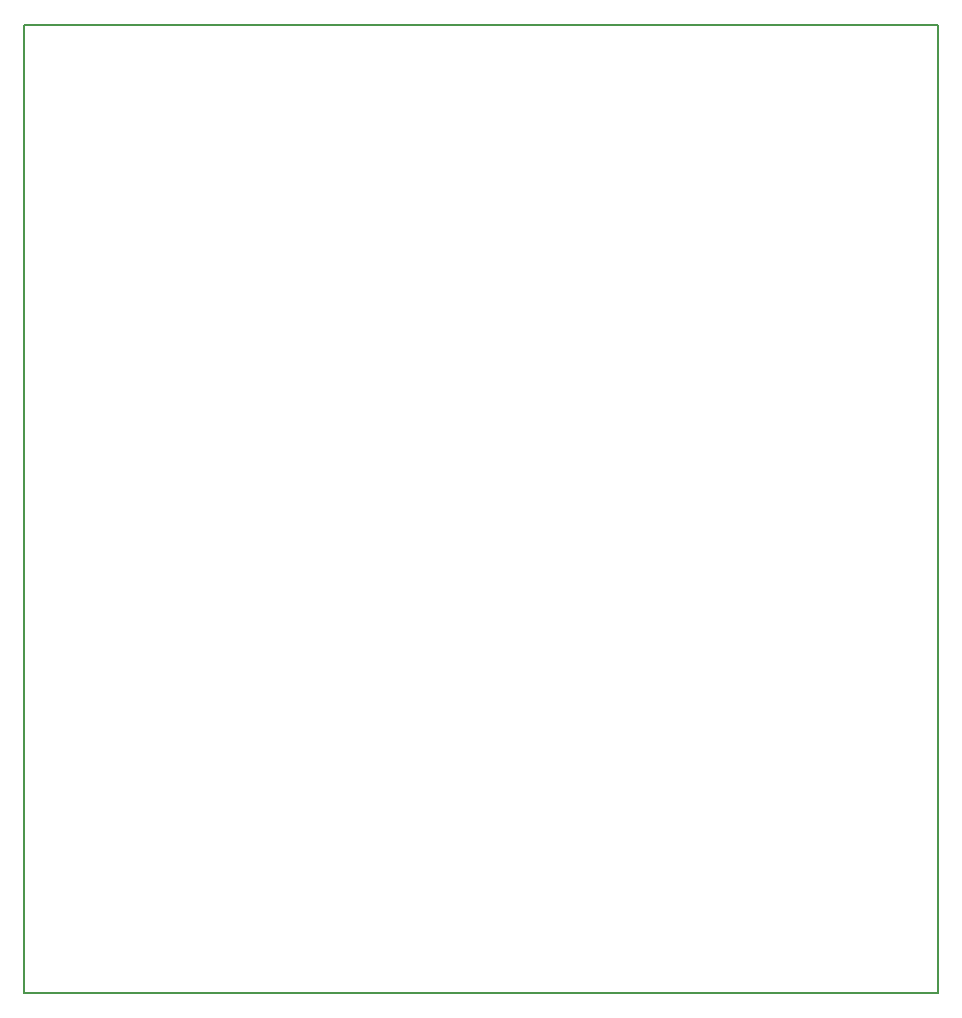
<source format=gbr>
G04 PROTEUS RS274X GERBER FILE*
%FSLAX45Y45*%
%MOMM*%
G01*
%ADD10C,0.203200*%
D10*
X+31920Y+23780D02*
X+7767740Y+23780D01*
X+7767740Y+8213420D01*
X+31920Y+8213420D01*
X+31920Y+23780D01*
M02*

</source>
